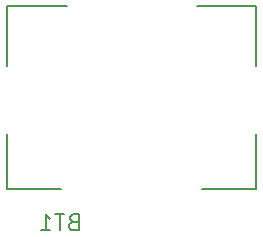
<source format=gbr>
%TF.GenerationSoftware,KiCad,Pcbnew,7.0.7*%
%TF.CreationDate,2024-03-31T22:15:49-04:00*%
%TF.ProjectId,battery_leds,62617474-6572-4795-9f6c-6564732e6b69,rev?*%
%TF.SameCoordinates,Original*%
%TF.FileFunction,Legend,Bot*%
%TF.FilePolarity,Positive*%
%FSLAX46Y46*%
G04 Gerber Fmt 4.6, Leading zero omitted, Abs format (unit mm)*
G04 Created by KiCad (PCBNEW 7.0.7) date 2024-03-31 22:15:49*
%MOMM*%
%LPD*%
G01*
G04 APERTURE LIST*
%ADD10C,0.150000*%
%ADD11C,0.127000*%
G04 APERTURE END LIST*
D10*
X208095000Y-103895533D02*
X207895000Y-103962200D01*
X207895000Y-103962200D02*
X207828333Y-104028866D01*
X207828333Y-104028866D02*
X207761666Y-104162200D01*
X207761666Y-104162200D02*
X207761666Y-104362200D01*
X207761666Y-104362200D02*
X207828333Y-104495533D01*
X207828333Y-104495533D02*
X207895000Y-104562200D01*
X207895000Y-104562200D02*
X208028333Y-104628866D01*
X208028333Y-104628866D02*
X208561666Y-104628866D01*
X208561666Y-104628866D02*
X208561666Y-103228866D01*
X208561666Y-103228866D02*
X208095000Y-103228866D01*
X208095000Y-103228866D02*
X207961666Y-103295533D01*
X207961666Y-103295533D02*
X207895000Y-103362200D01*
X207895000Y-103362200D02*
X207828333Y-103495533D01*
X207828333Y-103495533D02*
X207828333Y-103628866D01*
X207828333Y-103628866D02*
X207895000Y-103762200D01*
X207895000Y-103762200D02*
X207961666Y-103828866D01*
X207961666Y-103828866D02*
X208095000Y-103895533D01*
X208095000Y-103895533D02*
X208561666Y-103895533D01*
X207361666Y-103228866D02*
X206561666Y-103228866D01*
X206961666Y-104628866D02*
X206961666Y-103228866D01*
X205361666Y-104628866D02*
X206161666Y-104628866D01*
X205761666Y-104628866D02*
X205761666Y-103228866D01*
X205761666Y-103228866D02*
X205894999Y-103428866D01*
X205894999Y-103428866D02*
X206028333Y-103562200D01*
X206028333Y-103562200D02*
X206161666Y-103628866D01*
D11*
%TO.C,BT1*%
X223600000Y-101150000D02*
X223600000Y-96470000D01*
X223600000Y-85650000D02*
X223600000Y-90730000D01*
X219050000Y-101150000D02*
X223600000Y-101150000D01*
X218550000Y-85650000D02*
X223600000Y-85650000D01*
X202500000Y-101150000D02*
X207050000Y-101150000D01*
X202500000Y-96470000D02*
X202500000Y-101150000D01*
X202500000Y-90730000D02*
X202500000Y-85650000D01*
X202500000Y-85650000D02*
X207550000Y-85650000D01*
%TD*%
M02*

</source>
